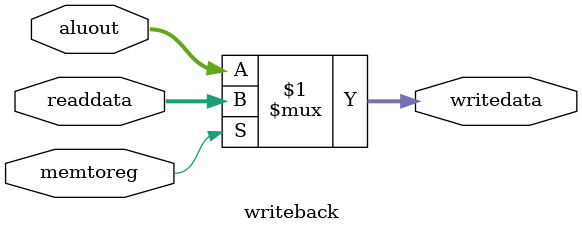
<source format=v>


module riscv_rd_5_ird_6
(
  input clk,
  input rst,
  input configon,
  input [32-1:0] fetch_configaddr,
  input fetch_clkconfig,
  input [32-1:0] fetch_writeinst,
  input [32-1:0] mem_configaddr,
  input mem_clkconfig,
  input [32-1:0] mem_writedata,
  output [32-1:0] mem_dataout,
  input [5-1:0] reg_configaddr,
  input reg_clkconfig,
  input [32-1:0] reg_writedata,
  output [32-1:0] reg_dataout
);

  wire [32-1:0] writedata;
  wire [32-1:0] inst;
  wire [32-1:0] sigext;
  wire [32-1:0] data1;
  wire [32-1:0] data2;
  wire [32-1:0] aluout;
  wire [32-1:0] readdata;
  wire zero;
  wire memread;
  wire memwrite;
  wire memtoreg;
  wire branch;
  wire alusrc;
  wire [10-1:0] funct;
  wire [2-1:0] aluop;
  // adaptacao para a interface serial controlar a execução do riscV
  // estágio de memoria
  wire mrd;
  wire mwr;
  wire mclk;
  wire [32-1:0] maddr;
  wire [32-1:0] mwrdata;
  assign mrd = |{ memread, configon };
  assign mwr = |{ memwrite, configon };
  assign mclk = |{ clk, mem_clkconfig };
  assign mwrdata = (configon)? mem_writedata : data2;
  assign maddr = (configon)? mem_configaddr : aluout;
  assign mem_dataout = readdata;
  //*
  // estágio de decode
  assign reg_dataout = data1;
  //*
  //*****

  fetch
  fetch
  (
    .clk(clk),
    .rst(rst),
    .zero(zero),
    .branch(branch),
    .sigext(sigext),
    .inst(inst),
    .configon(configon),
    .configaddr(fetch_configaddr),
    .writeinst(fetch_writeinst),
    .clkconfig(fetch_clkconfig)
  );


  decode
  decode
  (
    .clk(clk),
    .inst(inst),
    .writedata(writedata),
    .data1(data1),
    .data2(data2),
    .immgen(sigext),
    .alusrc(alusrc),
    .memread(memread),
    .memwrite(memwrite),
    .memtoreg(memtoreg),
    .branch(branch),
    .aluop(aluop),
    .funct(funct),
    .configon(configon),
    .configaddr(reg_configaddr),
    .configwritedata(reg_writedata),
    .clkconfig(reg_clkconfig)
  );


  memory
  memory
  (
    .clk(mclk),
    .address(maddr),
    .writedata(mwrdata),
    .memread(mrd),
    .memwrite(mwr),
    .readdata(readdata)
  );


  writeback
  writeback
  (
    .aluout(aluout),
    .readdata(readdata),
    .memtoreg(memtoreg),
    .writedata(writedata)
  );


endmodule



module fetch
(
  input clk,
  input rst,
  input zero,
  input branch,
  input [32-1:0] sigext,
  output [32-1:0] inst,
  input configon,
  input [32-1:0] configaddr,
  input [32-1:0] writeinst,
  input clkconfig
);

  wire pc;
  wire pc_4;
  wire new_pc;
  wire memclk;
  wire [32-1:0] memaddr;

  assign pc_4 = 32'd4 + pc;
  assign new_pc = (branch && zero)? pc + sigext : pc_4;
  // adaptacao para a interface serial controlar a execução do riscV
  assign memaddr = (configon)? configaddr : pc;
  assign memclk = |{ clk, clkconfig };
  //*****

  pc
  fetch
  (
    .clk(clk),
    .rst(rst),
    .pc_in(new_pc),
    .pc_out(pc)
  );


  memory
  memory
  (
    .clk(memclk),
    .address(memaddr),
    .writedata(writeinst),
    .memread(1'd1),
    .memwrite(configon),
    .readdata(inst)
  );


endmodule



module pc
(
  input clk,
  input rst,
  input [32-1:0] pc_in,
  output reg [32-1:0] pc_out
);


  always @(posedge clk) begin
    pc_out <= pc_in;
    if(~rst) begin
      pc_out <= 32'd0;
    end 
  end


endmodule



module memory
(
  input clk,
  input [32-1:0] address,
  input [32-1:0] writedata,
  input memread,
  input memwrite,
  output [32-1:0] readdata
);

  reg [32-1:0] memory [0:32-1];

  assign readdata = (memread)? memory[address[31:2]] : 32'd0;

  always @(posedge clk) begin
    if(memwrite) begin
      memory[address[31:2]] <= writedata;
    end 
  end


endmodule



module decode
(
  input clk,
  input [32-1:0] inst,
  input [32-1:0] writedata,
  output [32-1:0] data1,
  output [32-1:0] data2,
  output [32-1:0] immgen,
  output alusrc,
  output memread,
  output memwrite,
  output memtoreg,
  output branch,
  output [2-1:0] aluop,
  output [10-1:0] funct,
  input configon,
  input [5-1:0] configaddr,
  input clkconfig,
  input [32-1:0] configwritedata
);

  wire regwrite;
  wire [5-1:0] writereg;
  wire [5-1:0] rs1;
  wire [5-1:0] rs2;
  wire [5-1:0] rd;
  wire [7-1:0] opcode;
  wire [7-1:0] funct7;
  wire [3-1:0] funct3;

  assign opcode = inst[6:0];
  assign rs1 = inst[19:15];
  assign rs2 = inst[24:20];
  assign rd = inst[11:7];
  assign funct7 = inst[31:25];
  assign funct3 = inst[14:12];
  assign funct = inst[{ funct7, funct3 }];
  // adaptacao para a interface serial controlar a execução do riscV
  wire rwr;
  wire rclk;
  wire [5-1:0] rwaddr;
  wire [32-1:0] rwrdata;
  wire [5-1:0] raddr;
  assign rwr = |{ regwrite, configon };
  assign rclk = |{ clk, clkconfig };
  assign rwaddr = (configon)? configaddr : rs1;
  assign raddr = (configon)? configaddr : rd;
  assign rwrdata = (configon)? configwritedata : writedata;
  // *****

  control_unit
  control_unit
  (
    .opcode(opcode),
    .inst(inst),
    .alusrc(alusrc),
    .memtoreg(memtoreg),
    .regwrite(regwrite),
    .memread(memread),
    .memwrite(memwrite),
    .branch(branch),
    .aluop(aluop),
    .immgen(immgen)
  );


  register_bank
  register_bank
  (
    .clk(clk),
    .regwrite(rwr),
    .read_reg1(rwaddr),
    .read_reg2(rs2),
    .write_reg(raddr),
    .writedata(rwrdata),
    .read_data1(data1),
    .read_data2(data2)
  );


endmodule



module control_unit
(
  input [7-1:0] opcode,
  input [32-1:0] inst,
  output reg alusrc,
  output reg memtoreg,
  output reg regwrite,
  output reg memread,
  output reg memwrite,
  output reg branch,
  output reg [2-1:0] aluop,
  output reg [32-1:0] immgen
);


  wire [19-1:0] catbits;
  assign catbits = (inst[31])? 19'b1111111111111111111 : 19'b0;

  always @(*) begin
    alusrc <= 1'd0;
    memtoreg <= 1'd0;
    regwrite <= 1'd0;
    memread <= 1'd0;
    memwrite <= 1'd0;
    branch <= 1'd0;
    aluop <= 2'd0;
    immgen <= 32'd0;
    case(opcode)
      7'b110011: begin
        regwrite <= 1'd1;
        aluop <= 2'd2;
      end
      7'b1100011: begin
        branch <= 1'd1;
        aluop <= 2'd1;
        immgen <= { catbits, inst[31], inst[7], inst[30:25], inst[11:8], 1'b0 };
      end
      7'b10011: begin
        alusrc <= 1'd1;
        regwrite <= 1'd1;
        aluop <= 2'd3;
        immgen <= { inst[31], catbits, inst[31:20] };
      end
      7'b11: begin
        alusrc <= 1'd1;
        memtoreg <= 1'd1;
        regwrite <= 1'd1;
        memread <= 1'd1;
        immgen <= { inst[31], catbits, inst[31:20] };
      end
      7'b100011: begin
        alusrc <= 1'd1;
        memwrite <= 1'd1;
        immgen <= { inst[31], catbits, inst[31:25], inst[11:7] };
      end
    endcase
  end


endmodule



module register_bank
(
  input clk,
  input regwrite,
  input [5-1:0] read_reg1,
  input [5-1:0] read_reg2,
  input [5-1:0] write_reg,
  input [32-1:0] writedata,
  output [32-1:0] read_data1,
  output [32-1:0] read_data2
);

  reg [32-1:0] reg_bank [0:32-1];

  assign read_data1 = reg_bank[read_reg1];
  assign read_data2 = reg_bank[read_reg2];

  always @(posedge clk) begin
    if(regwrite) begin
      reg_bank[write_reg] <= writedata;
    end 
  end


endmodule



module writeback
(
  input [32-1:0] aluout,
  input [32-1:0] readdata,
  input memtoreg,
  output [32-1:0] writedata
);

  assign writedata = (memtoreg)? readdata : aluout;

endmodule


</source>
